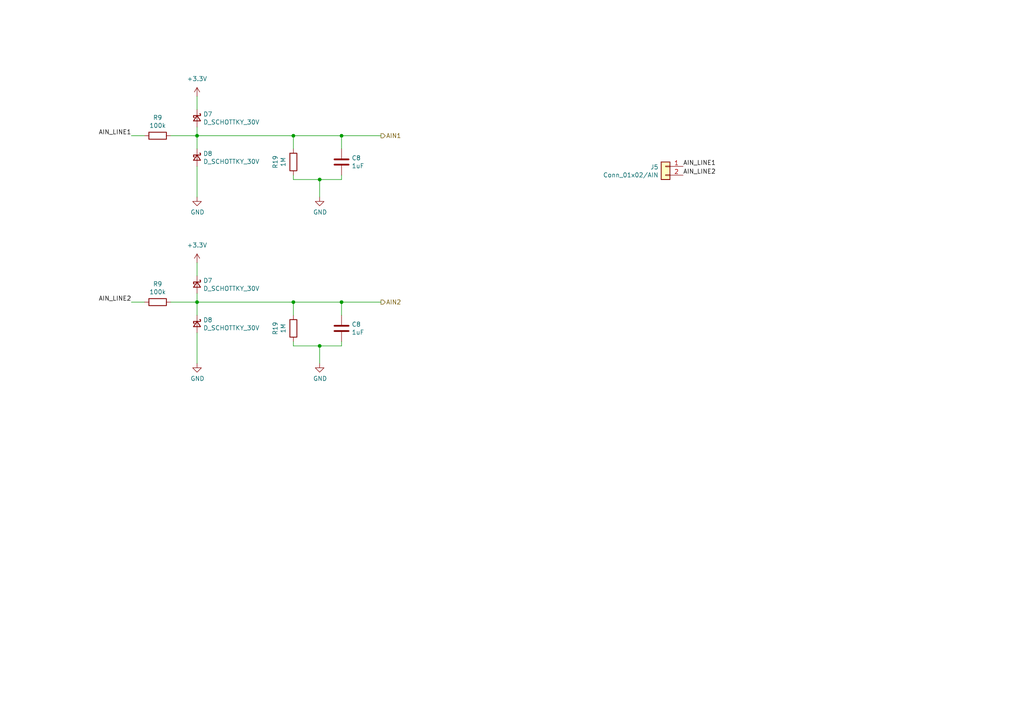
<source format=kicad_sch>
(kicad_sch (version 20230121) (generator eeschema)
  (paper "A4")
  (lib_symbols
    (symbol "Connector_Generic:Conn_01x02" (pin_names (offset 1.016) hide)
      (property "Reference" "J" (at 0 2.54 0))
      (property "Value" "Conn_01x02" (at 0 -5.08 0))
      (symbol "Conn_01x02_1_1"
        (rectangle (start -1.27 -2.413) (end 0 -2.667) (stroke (width 0.1524)))
        (rectangle (start -1.27 0.127) (end 0 -0.127) (stroke (width 0.1524)))
        (rectangle (start -1.27 1.27) (end 1.27 -3.81) (stroke (width 0.254)) (fill (type background)))
        (pin passive line (at -5.08 0 0) (length 3.81) (name "Pin_1") (number "1"))
        (pin passive line (at -5.08 -2.54 0) (length 3.81) (name "Pin_2") (number "2"))
      )
    )
    (symbol "Device:C" (pin_numbers hide) (pin_names (offset 0.254))
      (property "Reference" "C" (at 0.635 2.54 0))
      (property "Value" "C" (at 0.635 -2.54 0))
      (symbol "C_0_1"
        (polyline (pts (xy -2.032 -0.762) (xy 2.032 -0.762)) (stroke (width 0.508)))
        (polyline (pts (xy -2.032 0.762) (xy 2.032 0.762)) (stroke (width 0.508)))
      )
      (symbol "C_1_1"
        (pin passive line (at 0 3.81 270) (length 2.794) (name "~") (number "1"))
        (pin passive line (at 0 -3.81 90) (length 2.794) (name "~") (number "2"))
      )
    )
    (symbol "Device:D_Schottky_Small" (pin_numbers hide) (pin_names (offset 0.254) hide)
      (property "Reference" "D" (at -1.27 2.032 0))
      (property "Value" "D_Schottky_Small" (at -7.112 -2.032 0))
      (symbol "D_Schottky_Small_0_1"
        (polyline (pts (xy -0.762 0) (xy 0.762 0)))
        (polyline (pts (xy 0.762 -1.016) (xy -0.762 0) (xy 0.762 1.016) (xy 0.762 -1.016)) (stroke (width 0.254)))
        (polyline (pts (xy -1.27 0.762) (xy -1.27 1.016) (xy -0.762 1.016) (xy -0.762 -1.016) (xy -0.254 -1.016) (xy -0.254 -0.762)) (stroke (width 0.254)))
      )
      (symbol "D_Schottky_Small_1_1"
        (pin passive line (at -2.54 0 0) (length 1.778) (name "K") (number "1"))
        (pin passive line (at 2.54 0 180) (length 1.778) (name "A") (number "2"))
      )
    )
    (symbol "Device:R" (pin_numbers hide) (pin_names (offset 0))
      (property "Reference" "R" (at 2.032 0 90))
      (property "Value" "R" (at 0 0 90))
      (symbol "R_0_1"
        (rectangle (start -1.016 -2.54) (end 1.016 2.54) (stroke (width 0.254)))
      )
      (symbol "R_1_1"
        (pin passive line (at 0 3.81 270) (length 1.27) (name "~") (number "1"))
        (pin passive line (at 0 -3.81 90) (length 1.27) (name "~") (number "2"))
      )
    )
    (symbol "power:+3.3V" (power) (pin_names (offset 0))
      (property "Value" "+3.3V" (at 0 3.556 0))
      (symbol "+3.3V_0_1"
        (polyline (pts (xy -0.762 1.27) (xy 0 2.54)))
        (polyline (pts (xy 0 0) (xy 0 2.54)))
        (polyline (pts (xy 0 2.54) (xy 0.762 1.27)))
      )
      (symbol "+3.3V_1_1"
        (pin power_in line (at 0 0 90) (length 0) hide (name "+3.3V") (number "1"))
      )
    )
    (symbol "power:GND" (power) (pin_names (offset 0))
      (property "Value" "GND" (at 0 -3.81 0))
      (symbol "GND_0_1"
        (polyline (pts (xy 0 0) (xy 0 -1.27) (xy 1.27 -1.27) (xy 0 -2.54) (xy -1.27 -1.27) (xy 0 -1.27)))
      )
      (symbol "GND_1_1"
        (pin power_in line (at 0 0 270) (length 0) hide (name "GND") (number "1"))
      )
    )
  )
  (junction (at 92.71 52.07))
  (junction (at 99.06 87.63))
  (junction (at 99.06 39.37))
  (junction (at 57.15 87.63))
  (junction (at 92.71 100.33))
  (junction (at 85.09 39.37))
  (junction (at 57.15 39.37))
  (junction (at 85.09 87.63))
  (wire (pts (xy 99.06 87.63) (xy 110.49 87.63)))
  (wire (pts (xy 57.15 39.37) (xy 57.15 43.18)))
  (wire (pts (xy 92.71 52.07) (xy 85.09 52.07)))
  (wire (pts (xy 57.15 96.52) (xy 57.15 105.41)))
  (wire (pts (xy 57.15 36.83) (xy 57.15 39.37)))
  (wire (pts (xy 99.06 43.18) (xy 99.06 39.37)))
  (wire (pts (xy 57.15 48.26) (xy 57.15 57.15)))
  (wire (pts (xy 57.15 27.94) (xy 57.15 31.75)))
  (wire (pts (xy 57.15 87.63) (xy 85.09 87.63)))
  (wire (pts (xy 38.1 87.63) (xy 41.91 87.63)))
  (wire (pts (xy 85.09 87.63) (xy 99.06 87.63)))
  (wire (pts (xy 57.15 76.2) (xy 57.15 80.01)))
  (wire (pts (xy 92.71 105.41) (xy 92.71 100.33)))
  (wire (pts (xy 85.09 87.63) (xy 85.09 91.44)))
  (wire (pts (xy 92.71 57.15) (xy 92.71 52.07)))
  (wire (pts (xy 99.06 91.44) (xy 99.06 87.63)))
  (wire (pts (xy 92.71 100.33) (xy 99.06 100.33)))
  (wire (pts (xy 85.09 100.33) (xy 85.09 99.06)))
  (wire (pts (xy 49.53 39.37) (xy 57.15 39.37)))
  (wire (pts (xy 99.06 99.06) (xy 99.06 100.33)))
  (wire (pts (xy 57.15 87.63) (xy 57.15 91.44)))
  (wire (pts (xy 49.53 87.63) (xy 57.15 87.63)))
  (wire (pts (xy 85.09 39.37) (xy 85.09 43.18)))
  (wire (pts (xy 92.71 52.07) (xy 99.06 52.07)))
  (wire (pts (xy 99.06 50.8) (xy 99.06 52.07)))
  (wire (pts (xy 57.15 85.09) (xy 57.15 87.63)))
  (wire (pts (xy 92.71 100.33) (xy 85.09 100.33)))
  (wire (pts (xy 85.09 39.37) (xy 99.06 39.37)))
  (wire (pts (xy 57.15 39.37) (xy 85.09 39.37)))
  (wire (pts (xy 99.06 39.37) (xy 110.49 39.37)))
  (wire (pts (xy 38.1 39.37) (xy 41.91 39.37)))
  (wire (pts (xy 85.09 52.07) (xy 85.09 50.8)))
  (label "AIN_LINE1" (at 198.12 48.26 0))
  (label "AIN_LINE2" (at 198.12 50.8 0))
  (label "AIN_LINE1" (at 38.1 39.37 180))
  (label "AIN_LINE2" (at 38.1 87.63 180))
  (hierarchical_label "AIN2" (shape output) (at 110.49 87.63 0))
  (hierarchical_label "AIN1" (shape output) (at 110.49 39.37 0))
  (symbol (lib_id "power:+3.3V") (at 57.15 27.94 0) (unit 1)
    (property "Reference" "#PWR038" (effects hide))
    (property "Value" "+3.3V" (at 57.15 22.86 0))
    (instances (project "esp32-multitool" (path "" (reference "#PWR038") (unit 1)) (path "" (reference "#PWR048") (unit 1))))
  )
  (symbol (lib_id "Device:R") (at 45.72 87.63 270) (unit 1)
    (property "Reference" "R9" (at 45.72 82.3722 90))
    (property "Value" "100k" (at 45.72 84.6836 90))
    (property "Footprint" "Resistor_SMD:R_0603_1608Metric" (effects hide))
    (property "LCSC" "C25803" (effects hide))
    (property "Cost" "0.0011" (effects hide))
    (property "Part" "0603WAF1003T5E" (effects hide))
    (instances (project "esp32-multitool" (path "" (reference "R9") (unit 1)) (path "" (reference "R27") (unit 1))))
  )
  (symbol (lib_id "power:+3.3V") (at 57.15 76.2 0) (unit 1)
    (property "Reference" "#PWR038" (effects hide))
    (property "Value" "+3.3V" (at 57.15 71.12 0))
    (instances (project "esp32-multitool" (path "" (reference "#PWR038") (unit 1)) (path "" (reference "#PWR051") (unit 1))))
  )
  (symbol (lib_id "Device:C") (at 99.06 46.99 0) (unit 1)
    (property "Reference" "C8" (at 101.981 45.8216 0) (effects (justify left)))
    (property "Value" "1uF" (at 101.981 48.133 0) (effects (justify left)))
    (property "Footprint" "Capacitor_SMD:C_0603_1608Metric" (effects hide))
    (property "LCSC" "C19702" (effects hide))
    (property "Cost" "0.0031" (effects hide))
    (property "Part" "CL10A106KP8NNNC" (effects hide))
    (instances (project "esp32-multitool" (path "" (reference "C8") (unit 1)) (path "" (reference "C14") (unit 1))))
  )
  (symbol (lib_id "Device:D_Schottky_Small") (at 57.15 93.98 270) (unit 1)
    (property "Reference" "D8" (at 58.928 92.8116 90) (effects (justify left)))
    (property "Value" "D_SCHOTTKY_30V" (at 58.928 95.123 90) (effects (justify left)))
    (property "Footprint" "Diode_SMD:D_SOD-123" (effects hide))
    (property "LCSC" "C8598" (effects hide))
    (property "Part" "B5819W SL" (effects hide))
    (property "Cost" "0.0297" (effects hide))
    (instances (project "esp32-multitool" (path "" (reference "D8") (unit 1)) (path "" (reference "D23") (unit 1))))
  )
  (symbol (lib_id "power:GND") (at 57.15 57.15 0) (unit 1)
    (property "Reference" "#PWR031" (effects hide))
    (property "Value" "GND" (at 57.277 61.5442 0))
    (instances (project "esp32-multitool" (path "" (reference "#PWR031") (unit 1)) (path "" (reference "#PWR047") (unit 1))))
  )
  (symbol (lib_id "power:GND") (at 57.15 105.41 0) (unit 1)
    (property "Reference" "#PWR031" (effects hide))
    (property "Value" "GND" (at 57.277 109.8042 0))
    (instances (project "esp32-multitool" (path "" (reference "#PWR031") (unit 1)) (path "" (reference "#PWR052") (unit 1))))
  )
  (symbol (lib_id "power:GND") (at 92.71 105.41 0) (unit 1)
    (property "Reference" "#PWR031" (effects hide))
    (property "Value" "GND" (at 92.837 109.8042 0))
    (instances (project "esp32-multitool" (path "" (reference "#PWR031") (unit 1)) (path "" (reference "#PWR053") (unit 1))))
  )
  (symbol (lib_id "Device:R") (at 45.72 39.37 270) (unit 1)
    (property "Reference" "R9" (at 45.72 34.1122 90))
    (property "Value" "100k" (at 45.72 36.4236 90))
    (property "Footprint" "Resistor_SMD:R_0603_1608Metric" (effects hide))
    (property "LCSC" "C25803" (effects hide))
    (property "Cost" "0.0011" (effects hide))
    (property "Part" "0603WAF1003T5E" (effects hide))
    (instances (project "esp32-multitool" (path "" (reference "R9") (unit 1)) (path "" (reference "R25") (unit 1))))
  )
  (symbol (lib_id "Device:D_Schottky_Small") (at 57.15 82.55 270) (unit 1)
    (property "Reference" "D7" (at 58.928 81.3816 90) (effects (justify left)))
    (property "Value" "D_SCHOTTKY_30V" (at 58.928 83.693 90) (effects (justify left)))
    (property "Footprint" "Diode_SMD:D_SOD-123" (effects hide))
    (property "LCSC" "C8598" (effects hide))
    (property "Part" "B5819W SL" (effects hide))
    (property "Cost" "0.0297" (effects hide))
    (instances (project "esp32-multitool" (path "" (reference "D7") (unit 1)) (path "" (reference "D22") (unit 1))))
  )
  (symbol (lib_id "Device:D_Schottky_Small") (at 57.15 34.29 270) (unit 1)
    (property "Reference" "D7" (at 58.928 33.1216 90) (effects (justify left)))
    (property "Value" "D_SCHOTTKY_30V" (at 58.928 35.433 90) (effects (justify left)))
    (property "Footprint" "Diode_SMD:D_SOD-123" (effects hide))
    (property "LCSC" "C8598" (effects hide))
    (property "Part" "B5819W SL" (effects hide))
    (property "Cost" "0.0297" (effects hide))
    (instances (project "esp32-multitool" (path "" (reference "D7") (unit 1)) (path "" (reference "D20") (unit 1))))
  )
  (symbol (lib_id "Device:D_Schottky_Small") (at 57.15 45.72 270) (unit 1)
    (property "Reference" "D8" (at 58.928 44.5516 90) (effects (justify left)))
    (property "Value" "D_SCHOTTKY_30V" (at 58.928 46.863 90) (effects (justify left)))
    (property "Footprint" "Diode_SMD:D_SOD-123" (effects hide))
    (property "LCSC" "C8598" (effects hide))
    (property "Part" "B5819W SL" (effects hide))
    (property "Cost" "0.0297" (effects hide))
    (instances (project "esp32-multitool" (path "" (reference "D8") (unit 1)) (path "" (reference "D21") (unit 1))))
  )
  (symbol (lib_id "Device:C") (at 99.06 95.25 0) (unit 1)
    (property "Reference" "C8" (at 101.981 94.0816 0) (effects (justify left)))
    (property "Value" "1uF" (at 101.981 96.393 0) (effects (justify left)))
    (property "Footprint" "Capacitor_SMD:C_0603_1608Metric" (effects hide))
    (property "LCSC" "C19702" (effects hide))
    (property "Cost" "0.0031" (effects hide))
    (property "Part" "CL10A106KP8NNNC" (effects hide))
    (instances (project "esp32-multitool" (path "" (reference "C8") (unit 1)) (path "" (reference "C15") (unit 1))))
  )
  (symbol (lib_id "Device:R") (at 85.09 46.99 0) (unit 1)
    (property "Reference" "R19" (at 79.8322 46.99 90))
    (property "Value" "1M" (at 82.1436 46.99 90))
    (property "Footprint" "Resistor_SMD:R_0603_1608Metric" (effects hide))
    (property "LCSC" "C25803" (effects hide))
    (property "Cost" "0.0011" (effects hide))
    (property "Part" "0603WAF1003T5E" (effects hide))
    (instances (project "esp32-multitool" (path "" (reference "R19") (unit 1)) (path "" (reference "R26") (unit 1))))
  )
  (symbol (lib_id "Connector_Generic:Conn_01x02") (at 193.04 48.26 0) (mirror y) (unit 1)
    (property "Reference" "J5" (at 191.008 48.4632 0) (effects (justify left)))
    (property "Value" "Conn_01x02/AIN" (at 191.008 50.7746 0) (effects (justify left)))
    (property "Footprint" "TerminalBlock:TerminalBlock_Altech_AK300-2_P5.00mm" (effects hide))
    (property "LCSC" "C145961" (effects hide))
    (property "Cost" "0.0552" (effects hide))
    (property "Part" "C145961" (effects hide))
    (instances (project "i2c" (path "" (reference "J5") (unit 1))) (project "esp32-multitool" (path "" (reference "J3") (unit 1)) (path "" (reference "J6") (unit 1)) (path "" (reference "J7") (unit 1))))
  )
  (symbol (lib_id "power:GND") (at 92.71 57.15 0) (unit 1)
    (property "Reference" "#PWR031" (effects hide))
    (property "Value" "GND" (at 92.837 61.5442 0))
    (instances (project "esp32-multitool" (path "" (reference "#PWR031") (unit 1)) (path "" (reference "#PWR050") (unit 1))))
  )
  (symbol (lib_id "Device:R") (at 85.09 95.25 0) (unit 1)
    (property "Reference" "R19" (at 79.8322 95.25 90))
    (property "Value" "1M" (at 82.1436 95.25 90))
    (property "Footprint" "Resistor_SMD:R_0603_1608Metric" (effects hide))
    (property "LCSC" "C25803" (effects hide))
    (property "Cost" "0.0011" (effects hide))
    (property "Part" "0603WAF1003T5E" (effects hide))
    (instances (project "esp32-multitool" (path "" (reference "R19") (unit 1)) (path "" (reference "R28") (unit 1))))
  )
)
</source>
